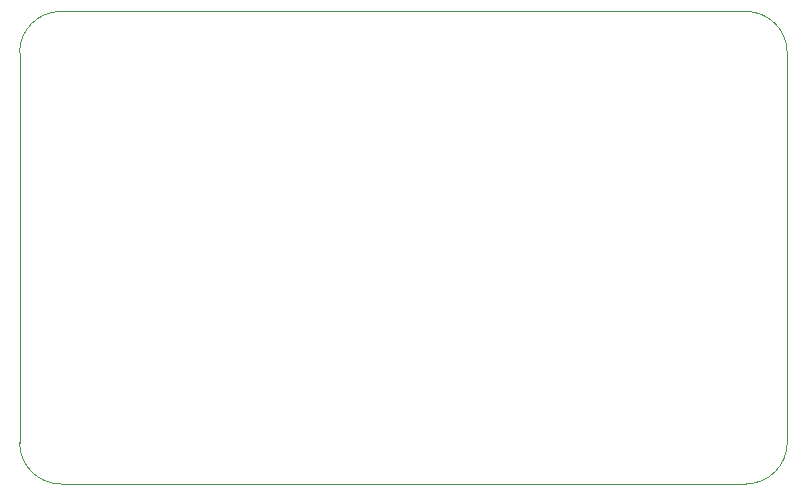
<source format=gbr>
%TF.GenerationSoftware,KiCad,Pcbnew,(5.1.6-0-10_14)*%
%TF.CreationDate,2021-03-25T12:14:58-05:00*%
%TF.ProjectId,MBRadio_4732_BO3,4d425261-6469-46f5-9f34-3733325f424f,rev?*%
%TF.SameCoordinates,Original*%
%TF.FileFunction,Profile,NP*%
%FSLAX46Y46*%
G04 Gerber Fmt 4.6, Leading zero omitted, Abs format (unit mm)*
G04 Created by KiCad (PCBNEW (5.1.6-0-10_14)) date 2021-03-25 12:14:58*
%MOMM*%
%LPD*%
G01*
G04 APERTURE LIST*
%TA.AperFunction,Profile*%
%ADD10C,0.050000*%
%TD*%
G04 APERTURE END LIST*
D10*
X115000000Y-136500000D02*
G75*
G02*
X111500000Y-140000000I-3500000J0D01*
G01*
X111500000Y-100000000D02*
G75*
G02*
X115000000Y-103500000I0J-3500000D01*
G01*
X53500000Y-140000000D02*
G75*
G02*
X50000000Y-136500000I0J3500000D01*
G01*
X115000000Y-103500000D02*
X115000000Y-136500000D01*
X50000000Y-103500000D02*
G75*
G02*
X53500000Y-100000000I3500000J0D01*
G01*
X53500000Y-140000000D02*
X111500000Y-140000000D01*
X50000000Y-103500000D02*
X50000000Y-136500000D01*
X53500000Y-100000000D02*
X111500000Y-100000000D01*
M02*

</source>
